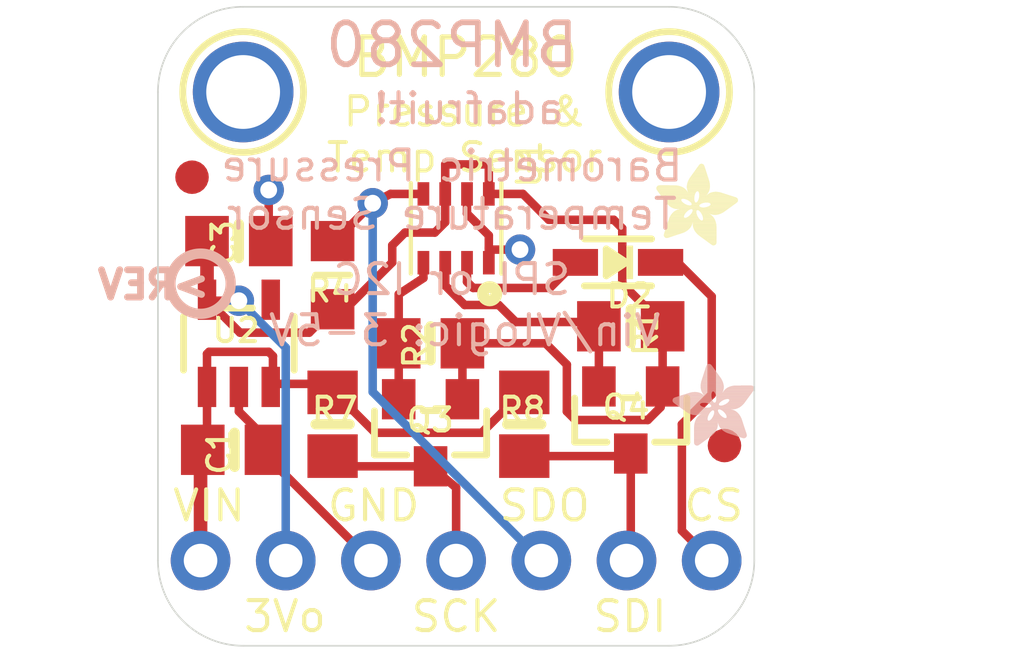
<source format=kicad_pcb>
(kicad_pcb (version 20211014) (generator pcbnew)
  (layers (0 "F.Cu" signal) (31 "B.Cu" signal) (34 "B.Paste" user) (35 "F.Paste" user) (36 "B.SilkS" user "B.Silkscreen") (37 "F.SilkS" user "F.Silkscreen") (38 "B.Mask" user) (39 "F.Mask" user) (44 "Edge.Cuts" user))
  (net 0 "")
  (net 1 "GND")
  (net 2 "SDI_3V")
  (net 3 "SCK_3V")
  (net 4 "CS_3V")
  (net 5 "5.0V")
  (net 6 "3.3V")
  (net 7 "CS_5V")
  (net 8 "SCK/SCL_5V")
  (net 9 "SDI/SDA_5V")
  (net 10 "SDO/ADR_3V")
  (footprint "boardEagle:MOUNTINGHOLE_2.0_PLATED" (layer "F.Cu") (at 142.1511 98.0186)
    (fp_text reference "U$7" hide)
    (fp_text value "MOUNTINGHOLE2.0" hide)
    (pad "P$1" thru_hole circle (at 0 0) (size 3 3) (drill 2.2) (layers *.Cu *.Mask))
  )
  (footprint "boardEagle:ADAFRUIT_2.5MM" (layer "F.Cu") (at 154.4701 102.5906)
    (fp_text reference "U$6" hide)
    (fp_text value "" hide)
  )
  (footprint "boardEagle:SOT23-WIDE" (layer "F.Cu") (at 153.7081 107.7976 180)
    (fp_text reference "Q4" (at -0.635 0.381) (layer "F.SilkS") (effects (font (size 0.692831 0.692831) (thickness 0.119969)) (justify right)))
    (fp_text value "BSS138")
    (pad "1" smd rect (at -0.95 1 180) (size 1 1.2) (layers "F.Cu" "F.Paste" "F.Mask") (net 6 "3.3V"))
    (pad "2" smd rect (at 0.95 1 180) (size 1 1.2) (layers "F.Cu" "F.Paste" "F.Mask") (net 2 "SDI_3V"))
    (pad "3" smd rect (at 0 -1 180) (size 1 1.2) (layers "F.Cu" "F.Paste" "F.Mask") (net 9 "SDI/SDA_5V"))
  )
  (footprint "boardEagle:0805-NO" (layer "F.Cu") (at 153.7081 105.0036)
    (fp_text reference "R1" (at 0.4445 0.9525 90) (layer "F.SilkS") (effects (font (size 0.692831 0.692831) (thickness 0.119969)) (justify left)))
    (fp_text value "10K")
    (pad "1" smd rect (at -0.95 0) (size 1.3 1.5) (layers "F.Cu" "F.Paste" "F.Mask") (net 2 "SDI_3V"))
    (pad "2" smd rect (at 0.95 0) (size 1.3 1.5) (layers "F.Cu" "F.Paste" "F.Mask") (net 6 "3.3V"))
  )
  (footprint "boardEagle:1X07_ROUND_70" (layer "F.Cu") (at 148.5011 111.9886)
    (fp_text reference "JP2" hide)
    (fp_text value "")
    (pad "1" thru_hole circle (at -7.62 0 90) (size 1.778 1.778) (drill 1) (layers *.Cu *.Mask) (net 5 "5.0V"))
    (pad "2" thru_hole circle (at -5.08 0 90) (size 1.778 1.778) (drill 1) (layers *.Cu *.Mask) (net 6 "3.3V"))
    (pad "3" thru_hole circle (at -2.54 0 90) (size 1.778 1.778) (drill 1) (layers *.Cu *.Mask) (net 1 "GND"))
    (pad "4" thru_hole circle (at 0 0 90) (size 1.778 1.778) (drill 1) (layers *.Cu *.Mask) (net 8 "SCK/SCL_5V"))
    (pad "5" thru_hole circle (at 2.54 0 90) (size 1.778 1.778) (drill 1) (layers *.Cu *.Mask) (net 10 "SDO/ADR_3V"))
    (pad "6" thru_hole circle (at 5.08 0 90) (size 1.778 1.778) (drill 1) (layers *.Cu *.Mask) (net 9 "SDI/SDA_5V"))
    (pad "7" thru_hole circle (at 7.62 0 90) (size 1.778 1.778) (drill 1) (layers *.Cu *.Mask) (net 7 "CS_5V"))
  )
  (footprint "boardEagle:SOT23-WIDE" (layer "F.Cu") (at 147.7391 108.1786 180)
    (fp_text reference "Q3" (at -0.762 0.381) (layer "F.SilkS") (effects (font (size 0.692831 0.692831) (thickness 0.119969)) (justify right)))
    (fp_text value "BSS138")
    (pad "1" smd rect (at -0.95 1 180) (size 1 1.2) (layers "F.Cu" "F.Paste" "F.Mask") (net 6 "3.3V"))
    (pad "2" smd rect (at 0.95 1 180) (size 1 1.2) (layers "F.Cu" "F.Paste" "F.Mask") (net 3 "SCK_3V"))
    (pad "3" smd rect (at 0 -1 180) (size 1 1.2) (layers "F.Cu" "F.Paste" "F.Mask") (net 8 "SCK/SCL_5V"))
  )
  (footprint "boardEagle:0805-NO" (layer "F.Cu") (at 141.8971 108.6866)
    (fp_text reference "C1" (at -0.4445 -0.6985 90) (layer "F.SilkS") (effects (font (size 0.692831 0.692831) (thickness 0.119969)) (justify right)))
    (fp_text value "10uF")
    (pad "1" smd rect (at -0.95 0) (size 1.3 1.5) (layers "F.Cu" "F.Paste" "F.Mask") (net 5 "5.0V"))
    (pad "2" smd rect (at 0.95 0) (size 1.3 1.5) (layers "F.Cu" "F.Paste" "F.Mask") (net 1 "GND"))
  )
  (footprint "boardEagle:0805-NO" (layer "F.Cu") (at 150.5331 107.9246 90)
    (fp_text reference "R8" (at 0.4445 0.6985) (layer "F.SilkS") (effects (font (size 0.692831 0.692831) (thickness 0.119969)) (justify right)))
    (fp_text value "10K")
    (pad "1" smd rect (at -0.95 0 90) (size 1.3 1.5) (layers "F.Cu" "F.Paste" "F.Mask") (net 9 "SDI/SDA_5V"))
    (pad "2" smd rect (at 0.95 0 90) (size 1.3 1.5) (layers "F.Cu" "F.Paste" "F.Mask") (net 5 "5.0V"))
  )
  (footprint "boardEagle:_0805MP" (layer "F.Cu") (at 144.8181 103.4796 -90)
    (fp_text reference "R4" (at 0.4445 0.8255) (layer "F.SilkS") (effects (font (size 0.692831 0.692831) (thickness 0.119969)) (justify left)))
    (fp_text value "10K")
    (pad "1" smd rect (at -1.016 0 270) (size 1.2 1.3) (layers "F.Cu" "F.Paste" "F.Mask") (net 10 "SDO/ADR_3V"))
    (pad "2" smd rect (at 1.016 0 270) (size 1.2 1.3) (layers "F.Cu" "F.Paste" "F.Mask") (net 6 "3.3V"))
  )
  (footprint "boardEagle:SOD-323" (layer "F.Cu") (at 153.3271 103.0986 180)
    (fp_text reference "D2" (at -1.1 -1) (layer "F.SilkS") (effects (font (size 0.692831 0.692831) (thickness 0.119969)) (justify right)))
    (fp_text value "1N4148")
    (pad "A" smd rect (at 1.27 0 180) (size 1.35 0.8) (layers "F.Cu" "F.Paste" "F.Mask") (net 4 "CS_3V"))
    (pad "C" smd rect (at -1.27 0 180) (size 1.35 0.8) (layers "F.Cu" "F.Paste" "F.Mask") (net 7 "CS_5V"))
  )
  (footprint "boardEagle:0805-NO" (layer "F.Cu") (at 147.7391 105.5116)
    (fp_text reference "R2" (at -0.4445 -0.6985 90) (layer "F.SilkS") (effects (font (size 0.692831 0.692831) (thickness 0.119969)) (justify right)))
    (fp_text value "10K")
    (pad "1" smd rect (at -0.95 0) (size 1.3 1.5) (layers "F.Cu" "F.Paste" "F.Mask") (net 3 "SCK_3V"))
    (pad "2" smd rect (at 0.95 0) (size 1.3 1.5) (layers "F.Cu" "F.Paste" "F.Mask") (net 6 "3.3V"))
  )
  (footprint "boardEagle:SOT23-5" (layer "F.Cu") (at 142.0241 105.5116)
    (fp_text reference "U2" (at 0.689 -0.381) (layer "F.SilkS") (effects (font (size 0.692831 0.692831) (thickness 0.119969)) (justify right)))
    (fp_text value "MIC5225-3.3")
    (pad "1" smd rect (at -0.95 1.3001) (size 0.55 1.2) (layers "F.Cu" "F.Paste" "F.Mask") (net 5 "5.0V"))
    (pad "2" smd rect (at 0 1.3001) (size 0.55 1.2) (layers "F.Cu" "F.Paste" "F.Mask") (net 1 "GND"))
    (pad "3" smd rect (at 0.95 1.3001) (size 0.55 1.2) (layers "F.Cu" "F.Paste" "F.Mask") (net 5 "5.0V"))
    (pad "4" smd rect (at 0.95 -1.3001) (size 0.55 1.2) (layers "F.Cu" "F.Paste" "F.Mask"))
    (pad "5" smd rect (at -0.95 -1.3001) (size 0.55 1.2) (layers "F.Cu" "F.Paste" "F.Mask") (net 6 "3.3V"))
  )
  (footprint "boardEagle:0805-NO" (layer "F.Cu") (at 142.0241 102.4636)
    (fp_text reference "C3" (at -0.4445 -0.6985 90) (layer "F.SilkS") (effects (font (size 0.692831 0.692831) (thickness 0.119969)) (justify right)))
    (fp_text value "10uF")
    (pad "1" smd rect (at -0.95 0) (size 1.3 1.5) (layers "F.Cu" "F.Paste" "F.Mask") (net 6 "3.3V"))
    (pad "2" smd rect (at 0.95 0) (size 1.3 1.5) (layers "F.Cu" "F.Paste" "F.Mask") (net 1 "GND"))
  )
  (footprint "boardEagle:BME280" (layer "F.Cu") (at 148.5011 102.0826 -90)
    (fp_text reference "U1" (at -1.15 -2.185 90) (layer "F.SilkS") (effects (font (size 0.692831 0.692831) (thickness 0.119969)) (justify left)))
    (fp_text value "BME280")
    (pad "1" smd rect (at 1.025 -0.975 270) (size 0.7 0.35) (layers "F.Cu" "F.Paste" "F.Mask") (net 1 "GND"))
    (pad "2" smd rect (at 1.025 -0.325 270) (size 0.7 0.35) (layers "F.Cu" "F.Paste" "F.Mask") (net 4 "CS_3V"))
    (pad "3" smd rect (at 1.025 0.325 270) (size 0.7 0.35) (layers "F.Cu" "F.Paste" "F.Mask") (net 2 "SDI_3V"))
    (pad "4" smd rect (at 1.025 0.975 270) (size 0.7 0.35) (layers "F.Cu" "F.Paste" "F.Mask") (net 3 "SCK_3V"))
    (pad "5" smd rect (at -1.025 0.975 270) (size 0.7 0.35) (layers "F.Cu" "F.Paste" "F.Mask") (net 10 "SDO/ADR_3V"))
    (pad "6" smd rect (at -1.025 0.325 270) (size 0.7 0.35) (layers "F.Cu" "F.Paste" "F.Mask") (net 6 "3.3V"))
    (pad "7" smd rect (at -1.025 -0.325 270) (size 0.7 0.35) (layers "F.Cu" "F.Paste" "F.Mask") (net 1 "GND"))
    (pad "8" smd rect (at -1.025 -0.975 270) (size 0.7 0.35) (layers "F.Cu" "F.Paste" "F.Mask") (net 6 "3.3V"))
  )
  (footprint "boardEagle:FIDUCIAL_1MM" (layer "F.Cu") (at 156.5021 108.5596)
    (fp_text reference "U$15" hide)
    (fp_text value "FIDUCIAL\"\"" hide)
    (pad "1" smd roundrect (at 0 0) (size 1 1) (layers "F.Cu" "F.Mask") (roundrect_rratio 0.5))
  )
  (footprint "boardEagle:MOUNTINGHOLE_2.0_PLATED" (layer "F.Cu") (at 154.8511 98.0186)
    (fp_text reference "U$8" hide)
    (fp_text value "MOUNTINGHOLE2.0" hide)
    (pad "P$1" thru_hole circle (at 0 0) (size 3 3) (drill 2.2) (layers *.Cu *.Mask))
  )
  (footprint "boardEagle:0805-NO" (layer "F.Cu") (at 144.8181 107.9246 90)
    (fp_text reference "R7" (at 0.4445 0.8255) (layer "F.SilkS") (effects (font (size 0.692831 0.692831) (thickness 0.119969)) (justify right)))
    (fp_text value "10K")
    (pad "1" smd rect (at -0.95 0 90) (size 1.3 1.5) (layers "F.Cu" "F.Paste" "F.Mask") (net 8 "SCK/SCL_5V"))
    (pad "2" smd rect (at 0.95 0 90) (size 1.3 1.5) (layers "F.Cu" "F.Paste" "F.Mask") (net 5 "5.0V"))
  )
  (footprint "boardEagle:FIDUCIAL_1MM" (layer "F.Cu") (at 140.6271 100.5586)
    (fp_text reference "U$5" hide)
    (fp_text value "FIDUCIAL\"\"" hide)
    (pad "1" smd roundrect (at 0 0) (size 1 1) (layers "F.Cu" "F.Mask") (roundrect_rratio 0.5))
  )
  (footprint "boardEagle:ADAFRUIT_2.5MM" (layer "B.Cu") (at 157.3911 108.5596 180)
    (fp_text reference "U$2" hide)
    (fp_text value "" hide)
  )
  (footprint "boardEagle:PCBFEAT-REV-040" (layer "B.Cu") (at 140.8811 103.7336 180)
    (fp_text reference "U$20" hide)
    (fp_text value "" hide)
    (fp_text user ">REV" (at -0.3556 -0.508) (layer "B.SilkS") (effects (font (size 0.8128 0.8128) (thickness 0.2032)) (justify left bottom mirror)))
  )
  (gr_arc (start 139.6111 98.0186) (mid 140.355049 96.222549) (end 142.1511 95.4786) (layer "Edge.Cuts") (width 0.05))
  (gr_arc (start 154.8511 95.4786) (mid 156.647151 96.222549) (end 157.3911 98.0186) (layer "Edge.Cuts") (width 0.05))
  (gr_line (start 157.3911 98.0186) (end 157.3911 111.9886) (layer "Edge.Cuts") (width 0.05))
  (gr_arc (start 142.1511 114.5286) (mid 140.355049 113.784651) (end 139.6111 111.9886) (layer "Edge.Cuts") (width 0.05))
  (gr_arc (start 157.3911 111.9886) (mid 156.647151 113.784651) (end 154.8511 114.5286) (layer "Edge.Cuts") (width 0.05))
  (gr_line (start 142.1511 95.4786) (end 154.8511 95.4786) (layer "Edge.Cuts") (width 0.05))
  (gr_line (start 154.8511 114.5286) (end 142.1511 114.5286) (layer "Edge.Cuts") (width 0.05))
  (gr_line (start 139.6111 111.9886) (end 139.6111 98.0186) (layer "Edge.Cuts") (width 0.05))
  (gr_text "SPI or I2C" (at 148.3741 103.6066) (layer "B.SilkS") (effects (font (size 0.89408 0.89408) (thickness 0.12192)) (justify mirror)))
  (gr_text "Barometric Pressure\nTemperature Sensor" (at 148.3741 100.9396) (layer "B.SilkS") (effects (font (size 0.89408 0.89408) (thickness 0.12192)) (justify mirror)))
  (gr_text "adafruit!" (at 151.8031 99.0346) (layer "B.SilkS") (effects (font (size 0.89408 0.89408) (thickness 0.12192)) (justify left bottom mirror)))
  (gr_text "BMP280" (at 148.3741 96.6216) (layer "B.SilkS") (effects (font (size 1.251712 1.251712) (thickness 0.170688)) (justify mirror)))
  (gr_text "Vin/Vlogic: 3-5V" (at 148.7551 105.1306) (layer "B.SilkS") (effects (font (size 0.89408 0.89408) (thickness 0.12192)) (justify mirror)))
  (gr_text "3Vo" (at 144.6911 113.1316) (layer "F.SilkS") (effects (font (size 0.89408 0.89408) (thickness 0.12192)) (justify right top)))
  (gr_text "CS" (at 157.1371 109.8296) (layer "F.SilkS") (effects (font (size 0.89408 0.89408) (thickness 0.12192)) (justify right top)))
  (gr_text "SDO" (at 152.5651 109.8296) (layer "F.SilkS") (effects (font (size 0.89408 0.89408) (thickness 0.12192)) (justify right top)))
  (gr_text "Pressure &\nTemp Sensor" (at 148.7551 99.2886) (layer "F.SilkS") (effects (font (size 0.849376 0.849376) (thickness 0.115824))))
  (gr_text "SCK" (at 149.8981 113.1316) (layer "F.SilkS") (effects (font (size 0.89408 0.89408) (thickness 0.12192)) (justify right top)))
  (gr_text "VIN" (at 142.2781 109.8296) (layer "F.SilkS") (effects (font (size 0.89408 0.89408) (thickness 0.12192)) (justify right top)))
  (gr_text "SDI" (at 154.8511 113.1316) (layer "F.SilkS") (effects (font (size 0.89408 0.89408) (thickness 0.12192)) (justify right top)))
  (gr_text "GND" (at 147.4851 109.8296) (layer "F.SilkS") (effects (font (size 0.89408 0.89408) (thickness 0.12192)) (justify right top)))
  (gr_text "BMP280" (at 145.3261 97.6376) (layer "F.SilkS") (effects (font (size 1.1176 1.1176) (thickness 0.1524)) (justify left bottom)))
  (segment (start 149.4761 102.668607) (end 149.4761 103.1076) (width 0.254) (layer "F.Cu") (net 1))
  (segment (start 142.6591 108.1786) (end 142.6591 108.4986) (width 0.254) (layer "F.Cu") (net 1))
  (segment (start 142.9131 102.4026) (end 142.9131 100.9396) (width 0.254) (layer "F.Cu") (net 1))
  (segment (start 142.0241 107.5436) (end 142.6591 108.1786) (width 0.254) (layer "F.Cu") (net 1))
  (segment (start 142.9741 102.4636) (end 142.9131 102.4026) (width 0.254) (layer "F.Cu") (net 1))
  (segment (start 149.4761 102.668607) (end 149.525093 102.7176) (width 0.254) (layer "F.Cu") (net 1))
  (segment (start 149.4761 102.2956) (end 149.4761 102.668607) (width 0.254) (layer "F.Cu") (net 1))
  (segment (start 142.8471 108.6866) (end 142.8471 108.8746) (width 0.254) (layer "F.Cu") (net 1))
  (segment (start 142.8471 108.8746) (end 145.9611 111.9886) (width 0.254) (layer "F.Cu") (net 1))
  (segment (start 142.0241 106.8117) (end 142.0241 107.5436) (width 0.254) (layer "F.Cu") (net 1))
  (segment (start 148.8261 101.6456) (end 149.4761 102.2956) (width 0.254) (layer "F.Cu") (net 1))
  (segment (start 142.6591 108.4986) (end 142.8471 108.6866) (width 0.254) (layer "F.Cu") (net 1))
  (segment (start 149.525093 102.7176) (end 150.4061 102.7176) (width 0.254) (layer "F.Cu") (net 1))
  (segment (start 148.8261 101.0576) (end 148.8261 101.6456) (width 0.254) (layer "F.Cu") (net 1))
  (via (at 142.9131 100.9396) (size 0.9064) (drill 0.5) (layers "F.Cu" "B.Cu") (net 1))
  (via (at 150.4061 102.7176) (size 0.9064) (drill 0.5) (layers "F.Cu" "B.Cu") (net 1))
  (segment (start 150.4061 102.7176) (end 150.6601 102.8446) (width 0.254) (layer "B.Cu") (net 1))
  (segment (start 142.9131 100.9396) (end 142.7861 100.8126) (width 0.254) (layer "B.Cu") (net 1))
  (segment (start 142.7861 100.8126) (end 142.6591 100.8126) (width 0.254) (layer "B.Cu") (net 1))
  (segment (start 149.7711 104.3686) (end 150.2791 104.8766) (width 0.254) (layer "F.Cu") (net 2))
  (segment (start 150.2791 104.8766) (end 152.6311 104.8766) (width 0.254) (layer "F.Cu") (net 2))
  (segment (start 148.1761 103.7896) (end 148.7551 104.3686) (width 0.254) (layer "F.Cu") (net 2))
  (segment (start 152.7581 105.0036) (end 152.7581 106.7976) (width 0.254) (layer "F.Cu") (net 2))
  (segment (start 148.1761 103.1076) (end 148.1761 103.7896) (width 0.254) (layer "F.Cu") (net 2))
  (segment (start 152.6311 104.8766) (end 152.7581 105.0036) (width 0.254) (layer "F.Cu") (net 2))
  (segment (start 148.7551 104.3686) (end 149.7711 104.3686) (width 0.254) (layer "F.Cu") (net 2))
  (segment (start 146.7891 104.0486) (end 146.7891 105.5116) (width 0.254) (layer "F.Cu") (net 3))
  (segment (start 147.5261 103.5656) (end 146.7891 104.0486) (width 0.254) (layer "F.Cu") (net 3))
  (segment (start 147.5261 103.1076) (end 147.5261 103.5656) (width 0.254) (layer "F.Cu") (net 3))
  (segment (start 146.7891 107.1786) (end 146.7891 105.5116) (width 0.254) (layer "F.Cu") (net 3))
  (segment (start 151.2951 103.8606) (end 152.0571 103.0986) (width 0.254) (layer "F.Cu") (net 4))
  (segment (start 148.8261 103.1076) (end 148.8261 103.6776) (width 0.254) (layer "F.Cu") (net 4))
  (segment (start 148.8261 103.6776) (end 149.0091 103.8606) (width 0.254) (layer "F.Cu") (net 4))
  (segment (start 149.0091 103.8606) (end 151.2951 103.8606) (width 0.254) (layer "F.Cu") (net 4))
  (segment (start 149.2631 108.1786) (end 146.0881 108.1786) (width 0.254) (layer "F.Cu") (net 5))
  (segment (start 150.5941 106.8476) (end 149.2631 108.1786) (width 0.254) (layer "F.Cu") (net 5))
  (segment (start 143.0401 106.7457) (end 143.0652 106.7206) (width 0.254) (layer "F.Cu") (net 5))
  (segment (start 141.0741 106.8117) (end 141.0741 105.8266) (width 0.254) (layer "F.Cu") (net 5))
  (segment (start 141.0741 106.8117) (end 141.0741 108.6866) (width 0.254) (layer "F.Cu") (net 5))
  (segment (start 141.0741 108.6866) (end 140.9471 108.6866) (width 0.254) (layer "F.Cu") (net 5))
  (segment (start 144.8841 106.9746) (end 144.8181 106.9746) (width 0.254) (layer "F.Cu") (net 5))
  (segment (start 143.0401 105.8926) (end 143.0401 106.7457) (width 0.254) (layer "F.Cu") (net 5))
  (segment (start 140.8811 108.8796) (end 140.8811 108.6866) (width 0.254) (layer "F.Cu") (net 5))
  (segment (start 142.9131 105.7656) (end 143.0401 105.8926) (width 0.254) (layer "F.Cu") (net 5))
  (segment (start 140.8811 108.6866) (end 140.9471 108.6866) (width 0.254) (layer "F.Cu") (net 5))
  (segment (start 146.0881 108.1786) (end 144.8841 106.9746) (width 0.254) (layer "F.Cu") (net 5))
  (segment (start 150.5331 106.9746) (end 150.5941 106.8476) (width 0.254) (layer "F.Cu") (net 5))
  (segment (start 141.1351 105.7656) (end 142.9131 105.7656) (width 0.254) (layer "F.Cu") (net 5))
  (segment (start 141.0741 105.8266) (end 141.1351 105.7656) (width 0.254) (layer "F.Cu") (net 5))
  (segment (start 144.8181 106.7206) (end 144.8181 106.9746) (width 0.254) (layer "F.Cu") (net 5))
  (segment (start 140.8811 111.9886) (end 140.8811 108.8796) (width 0.4064) (layer "F.Cu") (net 5))
  (segment (start 143.0401 106.7457) (end 142.9741 106.8117) (width 0.254) (layer "F.Cu") (net 5))
  (segment (start 143.0652 106.7206) (end 144.8181 106.7206) (width 0.254) (layer "F.Cu") (net 5))
  (segment (start 148.1761 100.1776) (end 149.4761 100.1776) (width 0.254) (layer "F.Cu") (net 6))
  (segment (start 154.6581 105.0036) (end 154.6581 106.7976) (width 0.254) (layer "F.Cu") (net 6))
  (segment (start 144.1196 105.1941) (end 142.0567 105.1941) (width 0.254) (layer "F.Cu") (net 6))
  (segment (start 154.2161 107.7976) (end 154.5971 107.4166) (width 0.254) (layer "F.Cu") (net 6))
  (segment (start 151.8031 106.1466) (end 151.8031 107.5436) (width 0.254) (layer "F.Cu") (net 6))
  (segment (start 148.1761 101.8996) (end 148.1761 101.0576) (width 0.254) (layer "F.Cu") (net 6))
  (segment (start 154.6581 104.9376) (end 153.4541 103.7336) (width 0.254) (layer "F.Cu") (net 6))
  (segment (start 141.0741 104.2115) (end 141.0741 102.4636) (width 0.4064) (layer "F.Cu") (net 6))
  (segment (start 149.4761 100.1776) (end 149.4761 101.0576) (width 0.254) (layer "F.Cu") (net 6))
  (segment (start 145.1991 104.4956) (end 146.5961 103.0986) (width 0.254) (layer "F.Cu") (net 6))
  (segment (start 148.1761 101.0576) (end 148.1761 100.1776) (width 0.254) (layer "F.Cu") (net 6))
  (segment (start 153.4541 102.0826) (end 153.2001 101.8286) (width 0.254) (layer "F.Cu") (net 6))
  (segment (start 154.5971 107.4166) (end 154.5971 106.8586) (width 0.254) (layer "F.Cu") (net 6))
  (segment (start 146.9771 102.2096) (end 147.8661 102.2096) (width 0.254) (layer "F.Cu") (net 6))
  (segment (start 154.6581 105.0036) (end 154.6581 104.9376) (width 0.254) (layer "F.Cu") (net 6))
  (segment (start 148.6891 105.5116) (end 148.6891 107.1786) (width 0.254) (layer "F.Cu") (net 6))
  (segment (start 148.6891 105.5116) (end 151.1681 105.5116) (width 0.254) (layer "F.Cu") (net 6))
  (segment (start 151.8031 107.5436) (end 152.0571 107.7976) (width 0.254) (layer "F.Cu") (net 6))
  (segment (start 152.0571 107.7976) (end 154.2161 107.7976) (width 0.254) (layer "F.Cu") (net 6))
  (segment (start 141.1042 104.2416) (end 141.0741 104.2115) (width 0.254) (layer "F.Cu") (net 6))
  (segment (start 151.1681 105.5116) (end 151.8031 106.1466) (width 0.254) (layer "F.Cu") (net 6))
  (segment (start 150.4921 101.0576) (end 149.4761 101.0576) (width 0.254) (layer "F.Cu") (net 6))
  (segment (start 146.5961 103.0986) (end 146.5961 102.5906) (width 0.254) (layer "F.Cu") (net 6))
  (segment (start 151.2631 101.8286) (end 150.4921 101.0576) (width 0.254) (layer "F.Cu") (net 6))
  (segment (start 153.4541 103.7336) (end 153.4541 102.0826) (width 0.254) (layer "F.Cu") (net 6))
  (segment (start 144.8181 104.4956) (end 145.1991 104.4956) (width 0.254) (layer "F.Cu") (net 6))
  (segment (start 154.5971 106.8586) (end 154.6581 106.7976) (width 0.254) (layer "F.Cu") (net 6))
  (segment (start 147.8661 102.2096) (end 148.1761 101.8996) (width 0.254) (layer "F.Cu") (net 6))
  (segment (start 144.8181 104.4956) (end 144.1196 105.1941) (width 0.254) (layer "F.Cu") (net 6))
  (segment (start 146.5961 102.5906) (end 146.9771 102.2096) (width 0.254) (layer "F.Cu") (net 6))
  (segment (start 142.0567 105.1941) (end 141.0741 104.2115) (width 0.254) (layer "F.Cu") (net 6))
  (segment (start 142.0241 104.2416) (end 141.1042 104.2416) (width 0.254) (layer "F.Cu") (net 6))
  (segment (start 153.2001 101.8286) (end 151.2631 101.8286) (width 0.254) (layer "F.Cu") (net 6))
  (via (at 142.0241 104.2416) (size 0.9064) (drill 0.5) (layers "F.Cu" "B.Cu") (net 6))
  (segment (start 143.4211 111.9886) (end 143.4211 105.6386) (width 0.254) (layer "B.Cu") (net 6))
  (segment (start 143.4211 105.6386) (end 142.0241 104.2416) (width 0.254) (layer "B.Cu") (net 6))
  (segment (start 156.1211 107.0356) (end 155.2321 107.9246) (width 0.254) (layer "F.Cu") (net 7))
  (segment (start 156.1211 104.1146) (end 156.1211 107.0356) (width 0.254) (layer "F.Cu") (net 7))
  (segment (start 155.2321 107.9246) (end 155.2321 111.0996) (width 0.254) (layer "F.Cu") (net 7))
  (segment (start 155.2321 111.0996) (end 156.1211 111.9886) (width 0.254) (layer "F.Cu") (net 7))
  (segment (start 154.5971 103.0986) (end 155.1051 103.0986) (width 0.254) (layer "F.Cu") (net 7))
  (segment (start 155.1051 103.0986) (end 156.1211 104.1146) (width 0.254) (layer "F.Cu") (net 7))
  (segment (start 145.2491 109.1786) (end 147.7391 109.1786) (width 0.254) (layer "F.Cu") (net 8))
  (segment (start 147.7391 109.1786) (end 148.5011 109.8136) (width 0.254) (layer "F.Cu") (net 8))
  (segment (start 148.5011 109.8136) (end 148.5011 111.9886) (width 0.254) (layer "F.Cu") (net 8))
  (segment (start 144.8181 108.8746) (end 145.2491 109.1786) (width 0.254) (layer "F.Cu") (net 8))
  (segment (start 153.6581 108.8746) (end 153.7081 108.7976) (width 0.254) (layer "F.Cu") (net 9))
  (segment (start 150.5331 108.8746) (end 153.6581 108.8746) (width 0.254) (layer "F.Cu") (net 9))
  (segment (start 153.7081 111.8616) (end 153.5811 111.9886) (width 0.254) (layer "F.Cu") (net 9))
  (segment (start 153.7081 108.7976) (end 153.7081 111.8616) (width 0.254) (layer "F.Cu") (net 9))
  (segment (start 144.8181 102.4636) (end 144.8841 102.4636) (width 0.254) (layer "F.Cu") (net 10))
  (segment (start 146.5441 101.0576) (end 147.5261 101.0576) (width 0.254) (layer "F.Cu") (net 10))
  (segment (start 144.8841 102.4636) (end 146.013375 101.334325) (width 0.254) (layer "F.Cu") (net 10))
  (segment (start 146.013375 101.334325) (end 146.5441 101.0576) (width 0.254) (layer "F.Cu") (net 10))
  (via (at 146.013375 101.334325) (size 0.9064) (drill 0.5) (layers "F.Cu" "B.Cu") (net 10))
  (segment (start 151.0411 111.9886) (end 146.013375 106.960875) (width 0.254) (layer "B.Cu") (net 10))
  (segment (start 146.013375 106.960875) (end 146.013375 101.334325) (width 0.254) (layer "B.Cu") (net 10))
)
</source>
